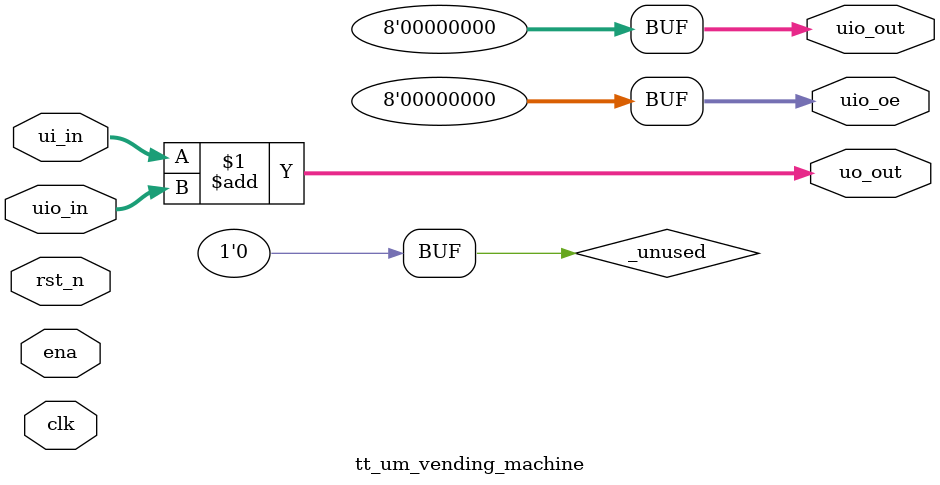
<source format=v>
/*
 * Copyright (c) 2024 Your Name
 * SPDX-License-Identifier: Apache-2.0
 */

`default_nettype none

module tt_um_vending_machine (
    input  wire [7:0] ui_in,    // Dedicated inputs
    output wire [7:0] uo_out,   // Dedicated outputs
    input  wire [7:0] uio_in,   // IOs: Input path
    output wire [7:0] uio_out,  // IOs: Output path
    output wire [7:0] uio_oe,   // IOs: Enable path (active high: 0=input, 1=output)
    input  wire       ena,      // always 1 when the design is powered, so you can ignore it
    input  wire       clk,      // clock
    input  wire       rst_n     // reset_n - low to reset
);

  // All output pins must be assigned. If not used, assign to 0.
  assign uo_out  = ui_in + uio_in;  // Example: ou_out is the sum of ui_in and uio_in
  assign uio_out = 0;
  assign uio_oe  = 0;

  // List all unused inputs to prevent warnings
  wire _unused = &{ena, clk, rst_n, 1'b0};
    

endmodule

</source>
